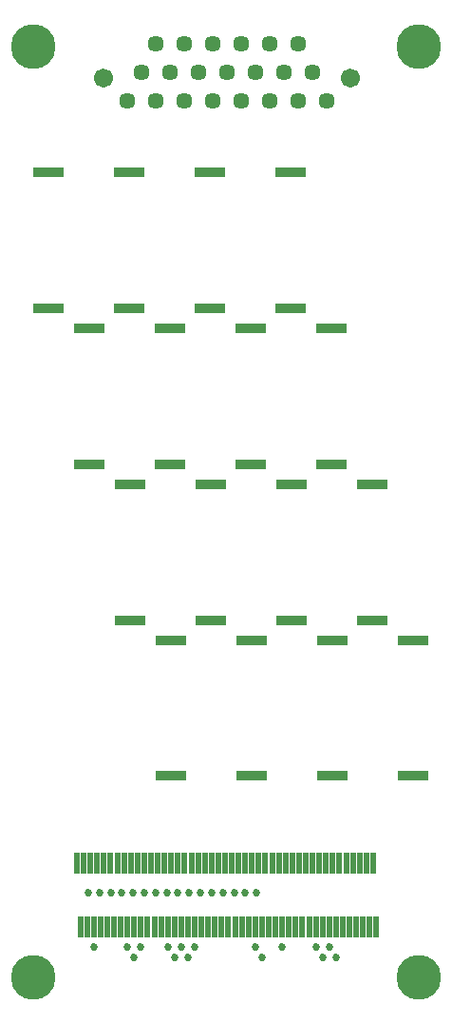
<source format=gbs>
%FSLAX24Y24*%
%MOIN*%
G70*
G01*
G75*
G04 Layer_Color=16711935*
%ADD10R,0.0118X0.0669*%
%ADD11R,0.1000X0.0300*%
%ADD12C,0.0060*%
%ADD13C,0.0400*%
%ADD14C,0.0200*%
%ADD15C,0.1500*%
%ADD16C,0.0500*%
%ADD17C,0.0600*%
%ADD18C,0.0200*%
G04:AMPARAMS|DCode=19|XSize=188.5mil|YSize=188.5mil|CornerRadius=0mil|HoleSize=0mil|Usage=FLASHONLY|Rotation=0.000|XOffset=0mil|YOffset=0mil|HoleType=Round|Shape=Relief|Width=10mil|Gap=10mil|Entries=4|*
%AMTHD19*
7,0,0,0.1885,0.1685,0.0100,45*
%
%ADD19THD19*%
%ADD20C,0.0650*%
%ADD21C,0.1360*%
%ADD22C,0.0197*%
%ADD23C,0.0100*%
%ADD24C,0.0050*%
%ADD25R,0.0188X0.0739*%
%ADD26R,0.1070X0.0370*%
%ADD27C,0.0270*%
%ADD28C,0.1570*%
%ADD29C,0.0570*%
%ADD30C,0.0670*%
D25*
X2220Y-7035D02*
D03*
X1984D02*
D03*
X1748D02*
D03*
X1511D02*
D03*
X1275D02*
D03*
X1039D02*
D03*
X803D02*
D03*
X566D02*
D03*
X330D02*
D03*
X94D02*
D03*
X-142D02*
D03*
X-378D02*
D03*
X-615D02*
D03*
X-851D02*
D03*
X-1087D02*
D03*
X-1323D02*
D03*
X-1560D02*
D03*
X-1796D02*
D03*
X-2032D02*
D03*
X-2268D02*
D03*
X-2504D02*
D03*
X-2741D02*
D03*
X-2977D02*
D03*
X-3213D02*
D03*
X-3449D02*
D03*
X-3686D02*
D03*
X-3922D02*
D03*
X-4158D02*
D03*
X-4394D02*
D03*
X-4630D02*
D03*
X-4867D02*
D03*
X-5103D02*
D03*
X-5339D02*
D03*
X-5575D02*
D03*
X-5811D02*
D03*
X-6048D02*
D03*
X-6284D02*
D03*
X-6520D02*
D03*
X-6756D02*
D03*
X-6993D02*
D03*
X-7229D02*
D03*
X-7465D02*
D03*
X-7701D02*
D03*
X-7937D02*
D03*
X-8174D02*
D03*
X2102Y-4810D02*
D03*
X1866D02*
D03*
X1629D02*
D03*
X1393D02*
D03*
X1157D02*
D03*
X921D02*
D03*
X685D02*
D03*
X448D02*
D03*
X212D02*
D03*
X-24D02*
D03*
X-260D02*
D03*
X-497D02*
D03*
X-733D02*
D03*
X-969D02*
D03*
X-1205D02*
D03*
X-1441D02*
D03*
X-1678D02*
D03*
X-1914D02*
D03*
X-2150D02*
D03*
X-2386D02*
D03*
X-2623D02*
D03*
X-2859D02*
D03*
X-3095D02*
D03*
X-3331D02*
D03*
X-3567D02*
D03*
X-3804D02*
D03*
X-4040D02*
D03*
X-4276D02*
D03*
X-4512D02*
D03*
X-4748D02*
D03*
X-4985D02*
D03*
X-5221D02*
D03*
X-5457D02*
D03*
X-5693D02*
D03*
X-5930D02*
D03*
X-6166D02*
D03*
X-6402D02*
D03*
X-6638D02*
D03*
X-6874D02*
D03*
X-7111D02*
D03*
X-7347D02*
D03*
X-7583D02*
D03*
X-7819D02*
D03*
X-8056D02*
D03*
X-8292D02*
D03*
D26*
X-6420Y3710D02*
D03*
X-3587D02*
D03*
X-754D02*
D03*
X2079D02*
D03*
X-6420Y8460D02*
D03*
X-3587D02*
D03*
X-754D02*
D03*
X2079D02*
D03*
X-9280Y14630D02*
D03*
X-6447D02*
D03*
X-3614D02*
D03*
X-781D02*
D03*
X-9280Y19380D02*
D03*
X-6447D02*
D03*
X-3614D02*
D03*
X-781D02*
D03*
X649Y13920D02*
D03*
X-2184D02*
D03*
X-5017D02*
D03*
X-7850D02*
D03*
X649Y9170D02*
D03*
X-2184D02*
D03*
X-5017D02*
D03*
X-7850D02*
D03*
X3509Y3000D02*
D03*
X676D02*
D03*
X-2157D02*
D03*
X-4990D02*
D03*
X3509Y-1750D02*
D03*
X676D02*
D03*
X-2157D02*
D03*
X-4990D02*
D03*
D27*
X-1988Y-5854D02*
D03*
X-2382D02*
D03*
X-2776D02*
D03*
X-3169D02*
D03*
X-3563D02*
D03*
X-3957D02*
D03*
X-4350D02*
D03*
X-4744D02*
D03*
X-5138D02*
D03*
X-5532D02*
D03*
X-5925D02*
D03*
X-6319D02*
D03*
X-6713D02*
D03*
X-7106D02*
D03*
X-7500D02*
D03*
X-7900D02*
D03*
X-7700Y-7750D02*
D03*
X-6519D02*
D03*
X-6046D02*
D03*
X-5102D02*
D03*
X-4629D02*
D03*
X-4157D02*
D03*
X-2031D02*
D03*
X-1086D02*
D03*
X95D02*
D03*
X568D02*
D03*
X-6284Y-8116D02*
D03*
X-4867D02*
D03*
X-4394D02*
D03*
X-1796D02*
D03*
X330D02*
D03*
X803D02*
D03*
D28*
X-9830Y23800D02*
D03*
X3720D02*
D03*
Y-8800D02*
D03*
X-9830D02*
D03*
D29*
X-6030Y22900D02*
D03*
X-6530Y21900D02*
D03*
X-5530D02*
D03*
X-4530D02*
D03*
X-3530D02*
D03*
X-2530D02*
D03*
X-1530D02*
D03*
X-530D02*
D03*
X470D02*
D03*
X-5030Y22900D02*
D03*
X-4030D02*
D03*
X-3030D02*
D03*
X-2030D02*
D03*
X-1030D02*
D03*
X-30D02*
D03*
X-5530Y23900D02*
D03*
X-4530D02*
D03*
X-3530D02*
D03*
X-2530D02*
D03*
X-1530D02*
D03*
X-530D02*
D03*
D30*
X-7360Y22700D02*
D03*
X1300D02*
D03*
M02*

</source>
